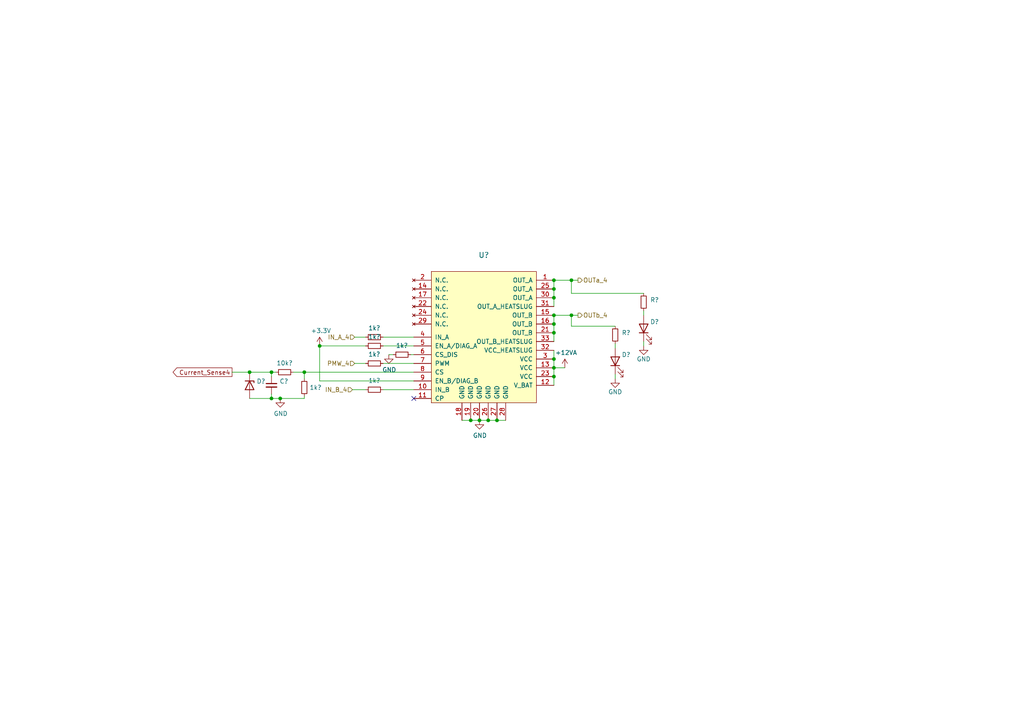
<source format=kicad_sch>
(kicad_sch (version 20211123) (generator eeschema)
  (paper "A4")
  (title_block (title "ArmBoard_Hardware") (date "2021-10-15") (rev "0") (company "Mars Rover Design Team") (comment 1 "Drawn By: Patrick Simoni / Tyler Lunyou"))
  (lib_symbols
    (symbol "Device:C_Small" (pin_numbers hide) (pin_names (offset 0.254) hide)
      (property "Reference" "C" (at 0.254 1.778 0))
      (property "Value" "C_Small" (at 0.254 -2.032 0))
      (symbol "C_Small_0_1"
        (polyline (pts (xy -1.524 -0.508) (xy 1.524 -0.508)) (stroke (width 0.3302)))
        (polyline (pts (xy -1.524 0.508) (xy 1.524 0.508)) (stroke (width 0.3048)))
      )
      (symbol "C_Small_1_1"
        (pin passive line (at 0 2.54 270) (length 2.032) (name "~") (number "1"))
        (pin passive line (at 0 -2.54 90) (length 2.032) (name "~") (number "2"))
      )
    )
    (symbol "Device:D_Zener" (pin_numbers hide) (pin_names (offset 1.016) hide)
      (property "Reference" "D" (at 0 2.54 0))
      (property "Value" "D_Zener" (at 0 -2.54 0))
      (symbol "D_Zener_0_1"
        (polyline (pts (xy 1.27 0) (xy -1.27 0)))
        (polyline (pts (xy -1.27 -1.27) (xy -1.27 1.27) (xy -0.762 1.27)) (stroke (width 0.254)))
        (polyline (pts (xy 1.27 -1.27) (xy 1.27 1.27) (xy -1.27 0) (xy 1.27 -1.27)) (stroke (width 0.254)))
      )
      (symbol "D_Zener_1_1"
        (pin passive line (at -3.81 0 0) (length 2.54) (name "K") (number "1"))
        (pin passive line (at 3.81 0 180) (length 2.54) (name "A") (number "2"))
      )
    )
    (symbol "Device:LED" (pin_numbers hide) (pin_names (offset 1.016) hide)
      (property "Reference" "D" (at 0 2.54 0))
      (property "Value" "LED" (at 0 -2.54 0))
      (symbol "LED_0_1"
        (polyline (pts (xy -1.27 -1.27) (xy -1.27 1.27)) (stroke (width 0.254)))
        (polyline (pts (xy -1.27 0) (xy 1.27 0)))
        (polyline (pts (xy 1.27 -1.27) (xy 1.27 1.27) (xy -1.27 0) (xy 1.27 -1.27)) (stroke (width 0.254)))
        (polyline (pts (xy -3.048 -0.762) (xy -4.572 -2.286) (xy -3.81 -2.286) (xy -4.572 -2.286) (xy -4.572 -1.524)))
        (polyline (pts (xy -1.778 -0.762) (xy -3.302 -2.286) (xy -2.54 -2.286) (xy -3.302 -2.286) (xy -3.302 -1.524)))
      )
      (symbol "LED_1_1"
        (pin passive line (at -3.81 0 0) (length 2.54) (name "K") (number "1"))
        (pin passive line (at 3.81 0 180) (length 2.54) (name "A") (number "2"))
      )
    )
    (symbol "Device:R_Small" (pin_numbers hide) (pin_names (offset 0.254) hide)
      (property "Reference" "R" (at 0.762 0.508 0))
      (property "Value" "R_Small" (at 0.762 -1.016 0))
      (symbol "R_Small_0_1"
        (rectangle (start -0.762 1.778) (end 0.762 -1.778) (stroke (width 0.2032)))
      )
      (symbol "R_Small_1_1"
        (pin passive line (at 0 2.54 270) (length 0.762) (name "~") (number "1"))
        (pin passive line (at 0 -2.54 90) (length 0.762) (name "~") (number "2"))
      )
    )
    (symbol "MRDT_ICs:VNH5019A_E" (pin_names (offset 1.016))
      (property "Reference" "U" (at 1.27 -1.27 0))
      (property "Value" "VNH5019A_E" (at 15.24 36.83 0))
      (symbol "VNH5019A_E_1_1"
        (rectangle (start 0 38.1) (end 30.48 0) (fill (type background)))
        (pin input line (at 35.56 35.56 180) (length 5.08) (name "OUT_A") (number "1"))
        (pin input line (at -5.08 3.81 0) (length 5.08) (name "IN_B") (number "10"))
        (pin input line (at -5.08 1.27 0) (length 5.08) (name "CP") (number "11"))
        (pin power_in line (at 35.56 5.08 180) (length 5.08) (name "V_BAT") (number "12"))
        (pin power_in line (at 35.56 10.16 180) (length 5.08) (name "VCC") (number "13"))
        (pin no_connect line (at -5.08 33.02 0) (length 5.08) (name "N.C.") (number "14"))
        (pin input line (at 35.56 25.4 180) (length 5.08) (name "OUT_B") (number "15"))
        (pin input line (at 35.56 22.86 180) (length 5.08) (name "OUT_B") (number "16"))
        (pin no_connect line (at -5.08 30.48 0) (length 5.08) (name "N.C.") (number "17"))
        (pin input line (at 8.89 -5.08 90) (length 5.08) (name "GND") (number "18"))
        (pin input line (at 11.43 -5.08 90) (length 5.08) (name "GND") (number "19"))
        (pin no_connect line (at -5.08 35.56 0) (length 5.08) (name "N.C.") (number "2"))
        (pin input line (at 13.97 -5.08 90) (length 5.08) (name "GND") (number "20"))
        (pin input line (at 35.56 20.32 180) (length 5.08) (name "OUT_B") (number "21"))
        (pin no_connect line (at -5.08 27.94 0) (length 5.08) (name "N.C.") (number "22"))
        (pin input line (at 35.56 7.62 180) (length 5.08) (name "VCC") (number "23"))
        (pin no_connect line (at -5.08 25.4 0) (length 5.08) (name "N.C.") (number "24"))
        (pin input line (at 35.56 33.02 180) (length 5.08) (name "OUT_A") (number "25"))
        (pin input line (at 16.51 -5.08 90) (length 5.08) (name "GND") (number "26"))
        (pin input line (at 19.05 -5.08 90) (length 5.08) (name "GND") (number "27"))
        (pin input line (at 21.59 -5.08 90) (length 5.08) (name "GND") (number "28"))
        (pin no_connect line (at -5.08 22.86 0) (length 5.08) (name "N.C.") (number "29"))
        (pin power_in line (at 35.56 12.7 180) (length 5.08) (name "VCC") (number "3"))
        (pin input line (at 35.56 30.48 180) (length 5.08) (name "OUT_A") (number "30"))
        (pin input line (at 35.56 27.94 180) (length 5.08) (name "OUT_A_HEATSLUG") (number "31"))
        (pin input line (at 35.56 15.24 180) (length 5.08) (name "VCC_HEATSLUG") (number "32"))
        (pin input line (at 35.56 17.78 180) (length 5.08) (name "OUT_B_HEATSLUG") (number "33"))
        (pin input line (at -5.08 19.05 0) (length 5.08) (name "IN_A") (number "4"))
        (pin input line (at -5.08 16.51 0) (length 5.08) (name "EN_A/DIAG_A") (number "5"))
        (pin input line (at -5.08 13.97 0) (length 5.08) (name "CS_DIS") (number "6"))
        (pin input line (at -5.08 11.43 0) (length 5.08) (name "PWM") (number "7"))
        (pin input line (at -5.08 8.89 0) (length 5.08) (name "CS") (number "8"))
        (pin input line (at -5.08 6.35 0) (length 5.08) (name "EN_B/DIAG_B") (number "9"))
      )
    )
    (symbol "power:+12VA" (power) (pin_names (offset 0))
      (property "Value" "+12VA" (at 0 3.556 0))
      (symbol "+12VA_0_1"
        (polyline (pts (xy -0.762 1.27) (xy 0 2.54)))
        (polyline (pts (xy 0 0) (xy 0 2.54)))
        (polyline (pts (xy 0 2.54) (xy 0.762 1.27)))
      )
      (symbol "+12VA_1_1"
        (pin power_in line (at 0 0 90) (length 0) hide (name "+12VA") (number "1"))
      )
    )
    (symbol "power:+3.3V" (power) (pin_names (offset 0))
      (property "Value" "+3.3V" (at 0 3.556 0))
      (symbol "+3.3V_0_1"
        (polyline (pts (xy -0.762 1.27) (xy 0 2.54)))
        (polyline (pts (xy 0 0) (xy 0 2.54)))
        (polyline (pts (xy 0 2.54) (xy 0.762 1.27)))
      )
      (symbol "+3.3V_1_1"
        (pin power_in line (at 0 0 90) (length 0) hide (name "+3.3V") (number "1"))
      )
    )
    (symbol "power:GND" (power) (pin_names (offset 0))
      (property "Value" "GND" (at 0 -3.81 0))
      (symbol "GND_0_1"
        (polyline (pts (xy 0 0) (xy 0 -1.27) (xy 1.27 -1.27) (xy 0 -2.54) (xy -1.27 -1.27) (xy 0 -1.27)))
      )
      (symbol "GND_1_1"
        (pin power_in line (at 0 0 270) (length 0) hide (name "GND") (number "1"))
      )
    )
  )
  (junction (at 160.655 83.82))
  (junction (at 160.655 106.68))
  (junction (at 160.655 86.36))
  (junction (at 139.065 121.92))
  (junction (at 136.525 121.92))
  (junction (at 72.39 107.95))
  (junction (at 78.74 115.57))
  (junction (at 160.655 91.44))
  (junction (at 160.655 93.98))
  (junction (at 144.145 121.92))
  (junction (at 160.655 81.28))
  (junction (at 165.735 81.28))
  (junction (at 92.71 100.33))
  (junction (at 78.74 107.95))
  (junction (at 141.605 121.92))
  (junction (at 160.655 104.14))
  (junction (at 81.28 115.57))
  (junction (at 160.655 96.52))
  (junction (at 165.735 91.44))
  (junction (at 88.265 107.95))
  (junction (at 160.655 109.22))
  (no_connect (at 120.015 115.57))
  (wire (pts (xy 160.655 106.68) (xy 160.655 109.22)))
  (wire (pts (xy 111.125 113.03) (xy 120.015 113.03)))
  (wire (pts (xy 112.776 102.87) (xy 114.046 102.87)))
  (wire (pts (xy 111.125 105.41) (xy 120.015 105.41)))
  (wire (pts (xy 102.235 113.03) (xy 106.045 113.03)))
  (wire (pts (xy 78.74 107.95) (xy 80.01 107.95)))
  (wire (pts (xy 186.69 90.17) (xy 186.69 91.44)))
  (wire (pts (xy 92.71 100.33) (xy 92.71 110.49)))
  (wire (pts (xy 111.125 97.79) (xy 120.015 97.79)))
  (wire (pts (xy 160.655 91.44) (xy 160.655 93.98)))
  (wire (pts (xy 160.655 86.36) (xy 160.655 83.82)))
  (wire (pts (xy 160.655 81.28) (xy 165.735 81.28)))
  (wire (pts (xy 178.435 99.695) (xy 178.435 100.965)))
  (wire (pts (xy 165.735 94.615) (xy 178.435 94.615)))
  (wire (pts (xy 88.265 107.95) (xy 85.09 107.95)))
  (wire (pts (xy 141.605 121.92) (xy 139.065 121.92)))
  (wire (pts (xy 88.265 115.57) (xy 88.265 114.935)))
  (wire (pts (xy 102.87 97.79) (xy 106.045 97.79)))
  (wire (pts (xy 120.015 110.49) (xy 92.71 110.49)))
  (wire (pts (xy 160.655 96.52) (xy 160.655 99.06)))
  (wire (pts (xy 165.735 81.28) (xy 167.64 81.28)))
  (wire (pts (xy 160.655 101.6) (xy 160.655 104.14)))
  (wire (pts (xy 78.74 115.57) (xy 78.74 114.3)))
  (wire (pts (xy 178.435 108.585) (xy 178.435 109.855)))
  (wire (pts (xy 160.655 106.68) (xy 163.83 106.68)))
  (wire (pts (xy 160.655 104.14) (xy 160.655 106.68)))
  (wire (pts (xy 119.126 102.87) (xy 120.015 102.87)))
  (wire (pts (xy 106.045 100.33) (xy 92.71 100.33)))
  (wire (pts (xy 120.015 100.33) (xy 111.125 100.33)))
  (wire (pts (xy 72.39 107.95) (xy 67.31 107.95)))
  (wire (pts (xy 141.605 121.92) (xy 144.145 121.92)))
  (wire (pts (xy 120.015 107.95) (xy 88.265 107.95)))
  (wire (pts (xy 78.74 107.95) (xy 72.39 107.95)))
  (wire (pts (xy 160.655 93.98) (xy 160.655 96.52)))
  (wire (pts (xy 160.655 91.44) (xy 165.735 91.44)))
  (wire (pts (xy 72.39 115.57) (xy 78.74 115.57)))
  (wire (pts (xy 88.265 109.855) (xy 88.265 107.95)))
  (wire (pts (xy 106.045 105.41) (xy 102.87 105.41)))
  (wire (pts (xy 136.525 121.92) (xy 139.065 121.92)))
  (wire (pts (xy 160.655 111.76) (xy 160.655 109.22)))
  (wire (pts (xy 144.145 121.92) (xy 146.685 121.92)))
  (wire (pts (xy 78.74 109.22) (xy 78.74 107.95)))
  (wire (pts (xy 165.735 91.44) (xy 167.64 91.44)))
  (wire (pts (xy 165.735 81.28) (xy 165.735 85.09)))
  (wire (pts (xy 160.655 81.28) (xy 160.655 83.82)))
  (wire (pts (xy 165.735 91.44) (xy 165.735 94.615)))
  (wire (pts (xy 78.74 115.57) (xy 81.28 115.57)))
  (wire (pts (xy 81.28 115.57) (xy 88.265 115.57)))
  (wire (pts (xy 186.69 99.06) (xy 186.69 100.33)))
  (wire (pts (xy 133.985 121.92) (xy 136.525 121.92)))
  (wire (pts (xy 160.655 86.36) (xy 160.655 88.9)))
  (wire (pts (xy 165.735 85.09) (xy 186.69 85.09)))
  (global_label "Current_Sense4" (shape output) (at 67.31 107.95 180) (property "Intersheet References" "${INTERSHEET_REFS}" (effects hide)))
  (hierarchical_label "PMW_4" (shape input) (at 102.87 105.41 180))
  (hierarchical_label "OUTa_4" (shape output) (at 167.64 81.28 0))
  (hierarchical_label "IN_A_4" (shape input) (at 102.87 97.79 180))
  (hierarchical_label "OUTb_4" (shape output) (at 167.64 91.44 0))
  (hierarchical_label "IN_B_4" (shape input) (at 102.235 113.03 180))
  (symbol (lib_id "power:GND") (at 112.776 102.87 0) (unit 1)
    (property "Reference" "#PWR?" (effects hide))
  )
  (symbol (lib_id "Device:R_Small") (at 82.55 107.95 270) (unit 1)
    (property "Reference" "10k?" (at 82.55 105.3084 90))
  )
  (symbol (lib_id "Device:R_Small") (at 116.586 102.87 270) (unit 1)
    (property "Reference" "1k?" (at 116.586 100.2284 90))
  )
  (symbol (lib_id "Device:R_Small") (at 108.585 105.41 270) (unit 1)
    (property "Reference" "1k?" (at 108.585 102.7684 90))
  )
  (symbol (lib_id "Device:R_Small") (at 108.585 100.33 270) (unit 1)
    (property "Reference" "1k?" (at 108.585 97.6884 90))
  )
  (symbol (lib_id "Device:R_Small") (at 108.585 97.79 270) (unit 1)
    (property "Reference" "1k?" (at 108.585 95.1484 90))
  )
  (symbol (lib_id "power:+3.3V") (at 92.71 100.33 0) (unit 1)
    (property "Reference" "#PWR?" (effects hide))
  )
  (symbol (lib_id "Device:R_Small") (at 108.585 113.03 270) (unit 1)
    (property "Reference" "1k?" (at 108.585 110.3884 90))
  )
  (symbol (lib_id "Device:LED") (at 186.69 95.25 90) (unit 1)
    (property "Reference" "D?" (at 189.865 93.345 90))
  )
  (symbol (lib_id "Device:R_Small") (at 186.69 87.63 0) (unit 1)
    (property "Reference" "R?" (at 189.865 86.995 0))
  )
  (symbol (lib_id "Device:LED") (at 178.435 104.775 90) (unit 1)
    (property "Reference" "D?" (at 181.61 102.87 90))
  )
  (symbol (lib_id "Device:R_Small") (at 88.265 112.395 0) (unit 1)
    (property "Reference" "1k?" (at 89.7636 112.395 0) (effects (justify left)))
  )
  (symbol (lib_id "MRDT_ICs:VNH5019A_E") (at 125.095 116.84 0) (unit 1)
    (property "Reference" "U?" (at 140.335 73.9902 0) (effects (font (size 1.524 1.524))))
  )
  (symbol (lib_id "power:GND") (at 139.065 121.92 0) (unit 1)
    (property "Reference" "#PWR?" (effects hide))
  )
  (symbol (lib_id "power:GND") (at 178.435 109.855 0) (unit 1)
    (property "Reference" "#PWR?" (effects hide))
  )
  (symbol (lib_id "Device:R_Small") (at 178.435 97.155 0) (unit 1)
    (property "Reference" "R?" (at 181.61 96.52 0))
  )
  (symbol (lib_id "power:GND") (at 186.69 100.33 0) (unit 1)
    (property "Reference" "#PWR?" (effects hide))
  )
  (symbol (lib_id "power:GND") (at 81.28 115.57 0) (unit 1)
    (property "Reference" "#PWR?" (effects hide))
  )
  (symbol (lib_id "Device:C_Small") (at 78.74 111.76 0) (unit 1)
    (property "Reference" "C?" (at 81.0768 110.5916 0) (effects (justify left)))
  )
  (symbol (lib_id "Device:D_Zener") (at 72.39 111.76 270) (unit 1)
    (property "Reference" "D?" (at 74.422 110.5916 90) (effects (justify left)))
  )
  (symbol (lib_id "power:+12VA") (at 163.83 106.68 0) (unit 1)
    (property "Reference" "#PWR?" (effects hide))
  )
)
</source>
